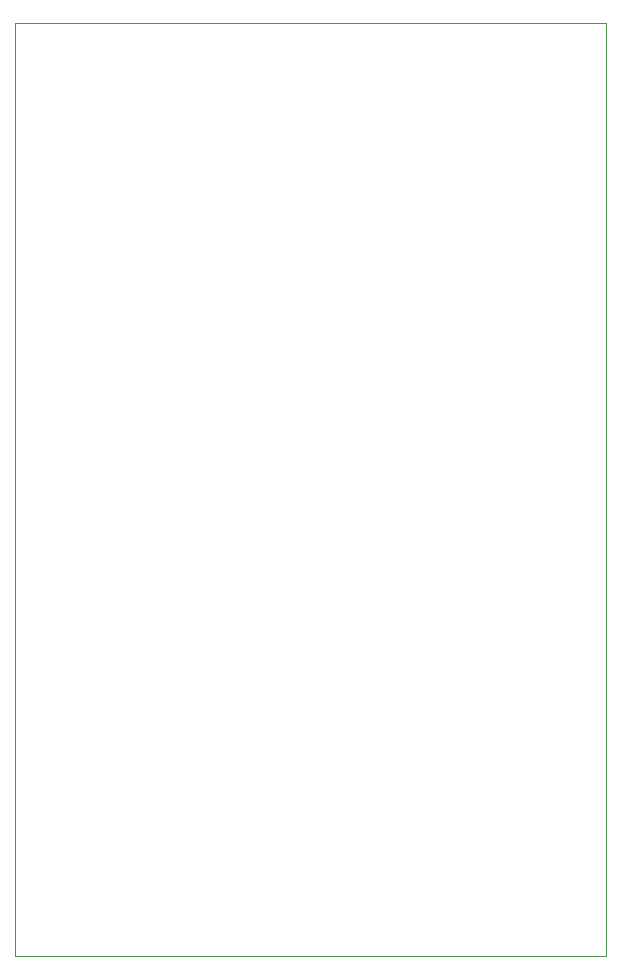
<source format=gbr>
%TF.GenerationSoftware,KiCad,Pcbnew,(5.1.9-0-10_14)*%
%TF.CreationDate,2021-05-06T16:15:28-06:00*%
%TF.ProjectId,tx500-data,74783530-302d-4646-9174-612e6b696361,1*%
%TF.SameCoordinates,Original*%
%TF.FileFunction,Profile,NP*%
%FSLAX46Y46*%
G04 Gerber Fmt 4.6, Leading zero omitted, Abs format (unit mm)*
G04 Created by KiCad (PCBNEW (5.1.9-0-10_14)) date 2021-05-06 16:15:28*
%MOMM*%
%LPD*%
G01*
G04 APERTURE LIST*
%TA.AperFunction,Profile*%
%ADD10C,0.050000*%
%TD*%
G04 APERTURE END LIST*
D10*
X179000000Y-58000000D02*
X179000000Y-137000000D01*
X179000000Y-137000000D02*
X129000000Y-137000000D01*
X129000000Y-137000000D02*
X129000000Y-58000000D01*
X129000000Y-58000000D02*
X179000000Y-58000000D01*
M02*

</source>
